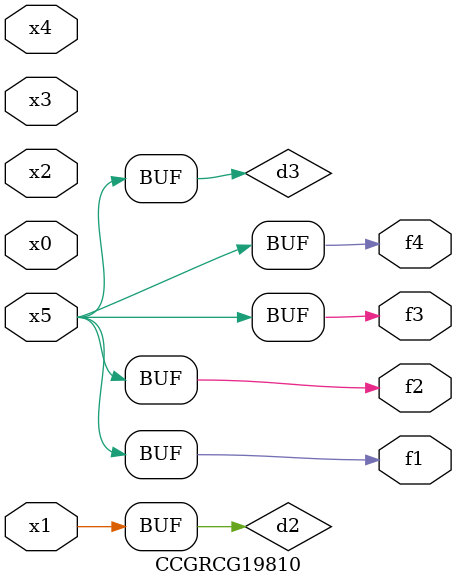
<source format=v>
module CCGRCG19810(
	input x0, x1, x2, x3, x4, x5,
	output f1, f2, f3, f4
);

	wire d1, d2, d3;

	not (d1, x5);
	or (d2, x1);
	xnor (d3, d1);
	assign f1 = d3;
	assign f2 = d3;
	assign f3 = d3;
	assign f4 = d3;
endmodule

</source>
